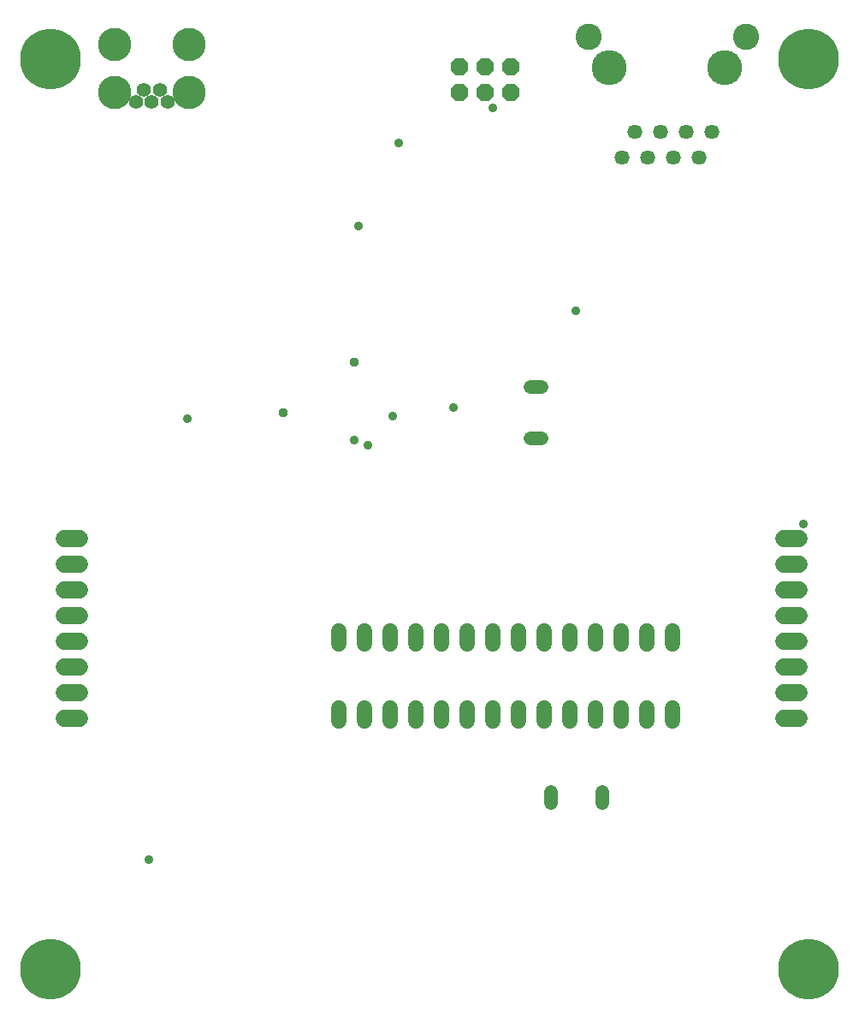
<source format=gbr>
G04 EAGLE Gerber RS-274X export*
G75*
%MOMM*%
%FSLAX34Y34*%
%LPD*%
%INSoldermask Bottom*%
%IPPOS*%
%AMOC8*
5,1,8,0,0,1.08239X$1,22.5*%
G01*
%ADD10C,1.727200*%
%ADD11C,1.320800*%
%ADD12C,1.524000*%
%ADD13P,1.869504X8X22.500000*%
%ADD14C,1.461200*%
%ADD15C,2.603200*%
%ADD16C,3.453200*%
%ADD17C,1.411200*%
%ADD18C,3.295600*%
%ADD19C,0.959600*%
%ADD20C,0.914400*%
%ADD21C,6.003200*%


D10*
X780120Y298300D02*
X764880Y298300D01*
X764880Y323700D02*
X780120Y323700D01*
X780120Y349100D02*
X764880Y349100D01*
X764880Y374500D02*
X780120Y374500D01*
X780120Y399900D02*
X764880Y399900D01*
X764880Y425300D02*
X780120Y425300D01*
X780120Y450700D02*
X764880Y450700D01*
X764880Y476100D02*
X780120Y476100D01*
X68420Y298300D02*
X53180Y298300D01*
X53180Y323700D02*
X68420Y323700D01*
X68420Y349100D02*
X53180Y349100D01*
X53180Y374500D02*
X68420Y374500D01*
X68420Y399900D02*
X53180Y399900D01*
X53180Y425300D02*
X68420Y425300D01*
X68420Y450700D02*
X53180Y450700D01*
X53180Y476100D02*
X68420Y476100D01*
D11*
X514412Y625400D02*
X525588Y625400D01*
X525588Y574600D02*
X514412Y574600D01*
D12*
X324900Y308504D02*
X324900Y295296D01*
X350300Y295296D02*
X350300Y308504D01*
X375700Y308504D02*
X375700Y295296D01*
X401100Y295296D02*
X401100Y308504D01*
X426500Y308504D02*
X426500Y295296D01*
X451900Y295296D02*
X451900Y308504D01*
X477300Y308504D02*
X477300Y295296D01*
X502700Y295296D02*
X502700Y308504D01*
X528100Y308504D02*
X528100Y295296D01*
X553500Y295296D02*
X553500Y308504D01*
X578900Y308504D02*
X578900Y295296D01*
X604300Y295296D02*
X604300Y308504D01*
X629700Y308504D02*
X629700Y295296D01*
X655100Y295296D02*
X655100Y308504D01*
X655100Y371496D02*
X655100Y384704D01*
X629700Y384704D02*
X629700Y371496D01*
X604300Y371496D02*
X604300Y384704D01*
X578900Y384704D02*
X578900Y371496D01*
X553500Y371496D02*
X553500Y384704D01*
X528100Y384704D02*
X528100Y371496D01*
X502700Y371496D02*
X502700Y384704D01*
X477300Y384704D02*
X477300Y371496D01*
X451900Y371496D02*
X451900Y384704D01*
X426500Y384704D02*
X426500Y371496D01*
X401100Y371496D02*
X401100Y384704D01*
X375700Y384704D02*
X375700Y371496D01*
X350300Y371496D02*
X350300Y384704D01*
X324900Y384704D02*
X324900Y371496D01*
D11*
X585400Y225588D02*
X585400Y214412D01*
X534600Y214412D02*
X534600Y225588D01*
D13*
X444600Y917300D03*
X444600Y942700D03*
X470000Y917300D03*
X470000Y942700D03*
X495400Y917300D03*
X495400Y942700D03*
D14*
X694450Y877700D03*
X681750Y852300D03*
X669050Y877700D03*
X656350Y852300D03*
X643650Y877700D03*
X630950Y852300D03*
X618250Y877700D03*
X605550Y852300D03*
D15*
X728000Y971700D03*
X572000Y971700D03*
D16*
X707150Y941200D03*
X592850Y941200D03*
D17*
X124000Y907750D03*
X132000Y919750D03*
X140000Y907750D03*
X148000Y919750D03*
X156000Y907750D03*
D18*
X103000Y916750D03*
X177000Y916750D03*
X103000Y964250D03*
X177000Y964250D03*
D19*
X270000Y600000D03*
X340000Y650000D03*
D20*
X438432Y605300D03*
X339852Y573024D03*
X559308Y701040D03*
X137160Y158496D03*
X175260Y594360D03*
X353568Y568452D03*
X377952Y597408D03*
X384048Y867156D03*
X477012Y902208D03*
X344424Y784860D03*
D21*
X40000Y950000D03*
X790000Y950000D03*
X790000Y50000D03*
X40000Y50000D03*
D20*
X784860Y490728D03*
M02*

</source>
